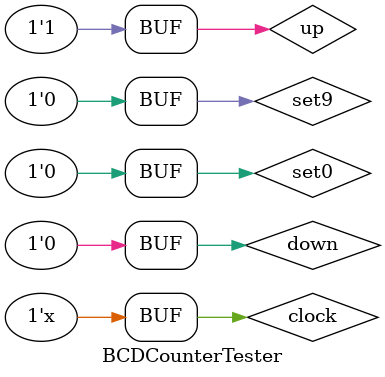
<source format=v>
`timescale 1ns / 1ps


module BCDCounterTester(

    );
    
wire [3:0] outputs;
wire cout;
wire bout;
reg up, down, set9, set0, clock;

BCDCounter counter(outputs, cout, bout, up, down, set9, set0, clock);

initial
begin
    clock = 0;
    up = 1;
    down = 0;
    set9 = 0;
    set0 = 0;
end

always
begin
    #10 clock = ~clock;
end
    
endmodule

</source>
